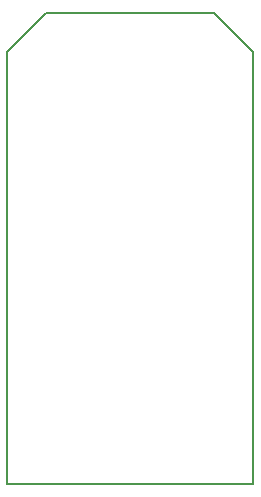
<source format=gbr>
G04 (created by PCBNEW (2013-07-24 BZR 4024)-stable) date Sat 15 Feb 2014 11:51:40 AM NZDT*
%MOIN*%
G04 Gerber Fmt 3.4, Leading zero omitted, Abs format*
%FSLAX34Y34*%
G01*
G70*
G90*
G04 APERTURE LIST*
%ADD10C,0.00590551*%
%ADD11C,0.00787402*%
G04 APERTURE END LIST*
G54D10*
G54D11*
X29200Y-38300D02*
X21000Y-38300D01*
X21000Y-38200D02*
X21000Y-38300D01*
X27900Y-22600D02*
X22300Y-22600D01*
X29200Y-23900D02*
X27900Y-22600D01*
X29200Y-38300D02*
X29200Y-23900D01*
X21000Y-23900D02*
X21000Y-38300D01*
X22300Y-22600D02*
X21000Y-23900D01*
M02*

</source>
